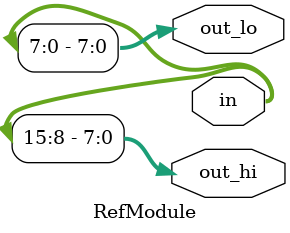
<source format=sv>

module RefModule (
  output [15:0] in,
  output [7:0] out_hi,
  output [7:0] out_lo
);

  assign {out_hi, out_lo} = in;

endmodule


</source>
